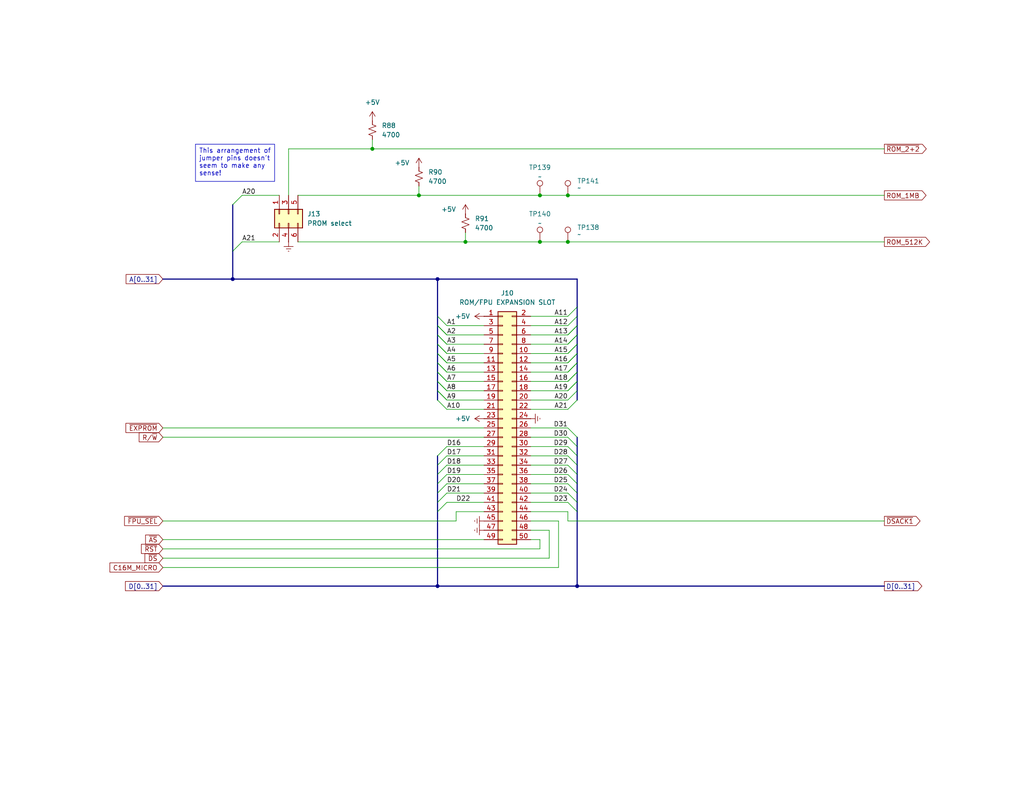
<source format=kicad_sch>
(kicad_sch (version 20250114) (generator "eeschema") (generator_version "9.0")
  (paper "USLetter")
  (title_block (title "Macintosh Classic II Revision B") (date "2025-06-04") (company "Apple Computer") (comment 1 "drawn by Bradley Bell"))
  (lib_symbols
    (symbol "Connector:TestPoint" (pin_numbers (hide yes)) (pin_names (offset 0.762) (hide yes))
      (property "Reference" "TP" (at 0 6.858 0))
      (property "Value" "TestPoint" (at 0 5.08 0))
      (symbol "TestPoint_0_1"
        (circle (center 0 3.302) (radius 0.762))
      )
      (symbol "TestPoint_1_1"
        (pin passive line (at 0 0 90) (length 2.54) (name "1") (number "1"))
      )
    )
    (symbol "Connector_Generic:Conn_02x03_Odd_Even" (pin_names (offset 1.016) (hide yes))
      (property "Reference" "J" (at 1.27 5.08 0))
      (property "Value" "Conn_02x03_Odd_Even" (at 1.27 -5.08 0))
      (symbol "Conn_02x03_Odd_Even_1_1"
        (rectangle (start -1.27 3.81) (end 3.81 -3.81) (stroke (width 0.254)) (fill (type background)))
        (rectangle (start -1.27 2.667) (end 0 2.413) (stroke (width 0.1524)))
        (rectangle (start -1.27 0.127) (end 0 -0.127) (stroke (width 0.1524)))
        (rectangle (start -1.27 -2.413) (end 0 -2.667) (stroke (width 0.1524)))
        (rectangle (start 3.81 2.667) (end 2.54 2.413) (stroke (width 0.1524)))
        (rectangle (start 3.81 0.127) (end 2.54 -0.127) (stroke (width 0.1524)))
        (rectangle (start 3.81 -2.413) (end 2.54 -2.667) (stroke (width 0.1524)))
        (pin passive line (at -5.08 2.54 0) (length 3.81) (name "Pin_1") (number "1"))
        (pin passive line (at -5.08 0 0) (length 3.81) (name "Pin_3") (number "3"))
        (pin passive line (at -5.08 -2.54 0) (length 3.81) (name "Pin_5") (number "5"))
        (pin passive line (at 7.62 2.54 180) (length 3.81) (name "Pin_2") (number "2"))
        (pin passive line (at 7.62 0 180) (length 3.81) (name "Pin_4") (number "4"))
        (pin passive line (at 7.62 -2.54 180) (length 3.81) (name "Pin_6") (number "6"))
      )
    )
    (symbol "Connector_Generic:Conn_02x25_Odd_Even" (pin_names (offset 1.016) (hide yes))
      (property "Reference" "J" (at 1.27 33.02 0))
      (property "Value" "Conn_02x25_Odd_Even" (at 1.27 -33.02 0))
      (symbol "Conn_02x25_Odd_Even_1_1"
        (rectangle (start -1.27 31.75) (end 3.81 -31.75) (stroke (width 0.254)) (fill (type background)))
        (rectangle (start -1.27 30.607) (end 0 30.353) (stroke (width 0.1524)))
        (rectangle (start -1.27 28.067) (end 0 27.813) (stroke (width 0.1524)))
        (rectangle (start -1.27 25.527) (end 0 25.273) (stroke (width 0.1524)))
        (rectangle (start -1.27 22.987) (end 0 22.733) (stroke (width 0.1524)))
        (rectangle (start -1.27 20.447) (end 0 20.193) (stroke (width 0.1524)))
        (rectangle (start -1.27 17.907) (end 0 17.653) (stroke (width 0.1524)))
        (rectangle (start -1.27 15.367) (end 0 15.113) (stroke (width 0.1524)))
        (rectangle (start -1.27 12.827) (end 0 12.573) (stroke (width 0.1524)))
        (rectangle (start -1.27 10.287) (end 0 10.033) (stroke (width 0.1524)))
        (rectangle (start -1.27 7.747) (end 0 7.493) (stroke (width 0.1524)))
        (rectangle (start -1.27 5.207) (end 0 4.953) (stroke (width 0.1524)))
        (rectangle (start -1.27 2.667) (end 0 2.413) (stroke (width 0.1524)))
        (rectangle (start -1.27 0.127) (end 0 -0.127) (stroke (width 0.1524)))
        (rectangle (start -1.27 -2.413) (end 0 -2.667) (stroke (width 0.1524)))
        (rectangle (start -1.27 -4.953) (end 0 -5.207) (stroke (width 0.1524)))
        (rectangle (start -1.27 -7.493) (end 0 -7.747) (stroke (width 0.1524)))
        (rectangle (start -1.27 -10.033) (end 0 -10.287) (stroke (width 0.1524)))
        (rectangle (start -1.27 -12.573) (end 0 -12.827) (stroke (width 0.1524)))
        (rectangle (start -1.27 -15.113) (end 0 -15.367) (stroke (width 0.1524)))
        (rectangle (start -1.27 -17.653) (end 0 -17.907) (stroke (width 0.1524)))
        (rectangle (start -1.27 -20.193) (end 0 -20.447) (stroke (width 0.1524)))
        (rectangle (start -1.27 -22.733) (end 0 -22.987) (stroke (width 0.1524)))
        (rectangle (start -1.27 -25.273) (end 0 -25.527) (stroke (width 0.1524)))
        (rectangle (start -1.27 -27.813) (end 0 -28.067) (stroke (width 0.1524)))
        (rectangle (start -1.27 -30.353) (end 0 -30.607) (stroke (width 0.1524)))
        (rectangle (start 3.81 30.607) (end 2.54 30.353) (stroke (width 0.1524)))
        (rectangle (start 3.81 28.067) (end 2.54 27.813) (stroke (width 0.1524)))
        (rectangle (start 3.81 25.527) (end 2.54 25.273) (stroke (width 0.1524)))
        (rectangle (start 3.81 22.987) (end 2.54 22.733) (stroke (width 0.1524)))
        (rectangle (start 3.81 20.447) (end 2.54 20.193) (stroke (width 0.1524)))
        (rectangle (start 3.81 17.907) (end 2.54 17.653) (stroke (width 0.1524)))
        (rectangle (start 3.81 15.367) (end 2.54 15.113) (stroke (width 0.1524)))
        (rectangle (start 3.81 12.827) (end 2.54 12.573) (stroke (width 0.1524)))
        (rectangle (start 3.81 10.287) (end 2.54 10.033) (stroke (width 0.1524)))
        (rectangle (start 3.81 7.747) (end 2.54 7.493) (stroke (width 0.1524)))
        (rectangle (start 3.81 5.207) (end 2.54 4.953) (stroke (width 0.1524)))
        (rectangle (start 3.81 2.667) (end 2.54 2.413) (stroke (width 0.1524)))
        (rectangle (start 3.81 0.127) (end 2.54 -0.127) (stroke (width 0.1524)))
        (rectangle (start 3.81 -2.413) (end 2.54 -2.667) (stroke (width 0.1524)))
        (rectangle (start 3.81 -4.953) (end 2.54 -5.207) (stroke (width 0.1524)))
        (rectangle (start 3.81 -7.493) (end 2.54 -7.747) (stroke (width 0.1524)))
        (rectangle (start 3.81 -10.033) (end 2.54 -10.287) (stroke (width 0.1524)))
        (rectangle (start 3.81 -12.573) (end 2.54 -12.827) (stroke (width 0.1524)))
        (rectangle (start 3.81 -15.113) (end 2.54 -15.367) (stroke (width 0.1524)))
        (rectangle (start 3.81 -17.653) (end 2.54 -17.907) (stroke (width 0.1524)))
        (rectangle (start 3.81 -20.193) (end 2.54 -20.447) (stroke (width 0.1524)))
        (rectangle (start 3.81 -22.733) (end 2.54 -22.987) (stroke (width 0.1524)))
        (rectangle (start 3.81 -25.273) (end 2.54 -25.527) (stroke (width 0.1524)))
        (rectangle (start 3.81 -27.813) (end 2.54 -28.067) (stroke (width 0.1524)))
        (rectangle (start 3.81 -30.353) (end 2.54 -30.607) (stroke (width 0.1524)))
        (pin passive line (at -5.08 30.48 0) (length 3.81) (name "Pin_1") (number "1"))
        (pin passive line (at -5.08 27.94 0) (length 3.81) (name "Pin_3") (number "3"))
        (pin passive line (at -5.08 25.4 0) (length 3.81) (name "Pin_5") (number "5"))
        (pin passive line (at -5.08 22.86 0) (length 3.81) (name "Pin_7") (number "7"))
        (pin passive line (at -5.08 20.32 0) (length 3.81) (name "Pin_9") (number "9"))
        (pin passive line (at -5.08 17.78 0) (length 3.81) (name "Pin_11") (number "11"))
        (pin passive line (at -5.08 15.24 0) (length 3.81) (name "Pin_13") (number "13"))
        (pin passive line (at -5.08 12.7 0) (length 3.81) (name "Pin_15") (number "15"))
        (pin passive line (at -5.08 10.16 0) (length 3.81) (name "Pin_17") (number "17"))
        (pin passive line (at -5.08 7.62 0) (length 3.81) (name "Pin_19") (number "19"))
        (pin passive line (at -5.08 5.08 0) (length 3.81) (name "Pin_21") (number "21"))
        (pin passive line (at -5.08 2.54 0) (length 3.81) (name "Pin_23") (number "23"))
        (pin passive line (at -5.08 0 0) (length 3.81) (name "Pin_25") (number "25"))
        (pin passive line (at -5.08 -2.54 0) (length 3.81) (name "Pin_27") (number "27"))
        (pin passive line (at -5.08 -5.08 0) (length 3.81) (name "Pin_29") (number "29"))
        (pin passive line (at -5.08 -7.62 0) (length 3.81) (name "Pin_31") (number "31"))
        (pin passive line (at -5.08 -10.16 0) (length 3.81) (name "Pin_33") (number "33"))
        (pin passive line (at -5.08 -12.7 0) (length 3.81) (name "Pin_35") (number "35"))
        (pin passive line (at -5.08 -15.24 0) (length 3.81) (name "Pin_37") (number "37"))
        (pin passive line (at -5.08 -17.78 0) (length 3.81) (name "Pin_39") (number "39"))
        (pin passive line (at -5.08 -20.32 0) (length 3.81) (name "Pin_41") (number "41"))
        (pin passive line (at -5.08 -22.86 0) (length 3.81) (name "Pin_43") (number "43"))
        (pin passive line (at -5.08 -25.4 0) (length 3.81) (name "Pin_45") (number "45"))
        (pin passive line (at -5.08 -27.94 0) (length 3.81) (name "Pin_47") (number "47"))
        (pin passive line (at -5.08 -30.48 0) (length 3.81) (name "Pin_49") (number "49"))
        (pin passive line (at 7.62 30.48 180) (length 3.81) (name "Pin_2") (number "2"))
        (pin passive line (at 7.62 27.94 180) (length 3.81) (name "Pin_4") (number "4"))
        (pin passive line (at 7.62 25.4 180) (length 3.81) (name "Pin_6") (number "6"))
        (pin passive line (at 7.62 22.86 180) (length 3.81) (name "Pin_8") (number "8"))
        (pin passive line (at 7.62 20.32 180) (length 3.81) (name "Pin_10") (number "10"))
        (pin passive line (at 7.62 17.78 180) (length 3.81) (name "Pin_12") (number "12"))
        (pin passive line (at 7.62 15.24 180) (length 3.81) (name "Pin_14") (number "14"))
        (pin passive line (at 7.62 12.7 180) (length 3.81) (name "Pin_16") (number "16"))
        (pin passive line (at 7.62 10.16 180) (length 3.81) (name "Pin_18") (number "18"))
        (pin passive line (at 7.62 7.62 180) (length 3.81) (name "Pin_20") (number "20"))
        (pin passive line (at 7.62 5.08 180) (length 3.81) (name "Pin_22") (number "22"))
        (pin passive line (at 7.62 2.54 180) (length 3.81) (name "Pin_24") (number "24"))
        (pin passive line (at 7.62 0 180) (length 3.81) (name "Pin_26") (number "26"))
        (pin passive line (at 7.62 -2.54 180) (length 3.81) (name "Pin_28") (number "28"))
        (pin passive line (at 7.62 -5.08 180) (length 3.81) (name "Pin_30") (number "30"))
        (pin passive line (at 7.62 -7.62 180) (length 3.81) (name "Pin_32") (number "32"))
        (pin passive line (at 7.62 -10.16 180) (length 3.81) (name "Pin_34") (number "34"))
        (pin passive line (at 7.62 -12.7 180) (length 3.81) (name "Pin_36") (number "36"))
        (pin passive line (at 7.62 -15.24 180) (length 3.81) (name "Pin_38") (number "38"))
        (pin passive line (at 7.62 -17.78 180) (length 3.81) (name "Pin_40") (number "40"))
        (pin passive line (at 7.62 -20.32 180) (length 3.81) (name "Pin_42") (number "42"))
        (pin passive line (at 7.62 -22.86 180) (length 3.81) (name "Pin_44") (number "44"))
        (pin passive line (at 7.62 -25.4 180) (length 3.81) (name "Pin_46") (number "46"))
        (pin passive line (at 7.62 -27.94 180) (length 3.81) (name "Pin_48") (number "48"))
        (pin passive line (at 7.62 -30.48 180) (length 3.81) (name "Pin_50") (number "50"))
      )
    )
    (symbol "Device:R_Small_US" (pin_numbers (hide yes)) (pin_names (offset 0.254) (hide yes))
      (property "Reference" "R" (at 0.762 0.508 0))
      (property "Value" "R_Small_US" (at 0.762 -1.016 0))
      (symbol "R_Small_US_1_1"
        (polyline (pts (xy 0 1.524) (xy 1.016 1.143) (xy 0 0.762) (xy -1.016 0.381) (xy 0 0)))
        (polyline (pts (xy 0 0) (xy 1.016 -0.381) (xy 0 -0.762) (xy -1.016 -1.143) (xy 0 -1.524)))
        (pin passive line (at 0 2.54 270) (length 1.016) (name "~") (number "1"))
        (pin passive line (at 0 -2.54 90) (length 1.016) (name "~") (number "2"))
      )
    )
    (symbol "power:+5V" (power) (pin_numbers (hide yes)) (pin_names (offset 0) (hide yes))
      (property "Value" "+5V" (at 0 3.556 0))
      (symbol "+5V_0_1"
        (polyline (pts (xy -0.762 1.27) (xy 0 2.54)))
        (polyline (pts (xy 0 2.54) (xy 0.762 1.27)))
        (polyline (pts (xy 0 0) (xy 0 2.54)))
      )
      (symbol "+5V_1_1"
        (pin power_in line (at 0 0 90) (length 0) (name "~") (number "1"))
      )
    )
    (symbol "power:GNDREF" (power) (pin_numbers (hide yes)) (pin_names (offset 0) (hide yes))
      (property "Value" "GNDREF" (at 0 -3.81 0))
      (symbol "GNDREF_0_1"
        (polyline (pts (xy -0.635 -1.905) (xy 0.635 -1.905)))
        (polyline (pts (xy -0.127 -2.54) (xy 0.127 -2.54)))
        (polyline (pts (xy 0 -1.27) (xy 0 0)))
        (polyline (pts (xy 1.27 -1.27) (xy -1.27 -1.27)))
      )
      (symbol "GNDREF_1_1"
        (pin power_in line (at 0 0 270) (length 0) (name "~") (number "1"))
      )
    )
  )
  (text_box "This arrangement of jumper pins doesn't seem to make any sense!" (at 53.34 39.37 0) (size 21.59 10.16) (margins 0.9525 0.9525 0.9525 0.9525) (effects (font (size 1.27 1.27)) (justify left top)))
  (junction (at 147.32 66.04))
  (junction (at 154.94 53.34))
  (junction (at 119.38 160.02))
  (junction (at 147.32 53.34))
  (junction (at 154.94 66.04))
  (junction (at 101.6 40.64))
  (junction (at 157.48 160.02))
  (junction (at 127 66.04))
  (junction (at 63.5 76.2))
  (junction (at 119.38 76.2))
  (junction (at 114.3 53.34))
  (bus_entry (at 119.38 129.54) (size 2.54 -2.54))
  (bus_entry (at 157.48 104.14) (size -2.54 2.54))
  (bus_entry (at 157.48 86.36) (size -2.54 2.54))
  (bus_entry (at 157.48 99.06) (size -2.54 2.54))
  (bus_entry (at 157.48 106.68) (size -2.54 2.54))
  (bus_entry (at 119.38 88.9) (size 2.54 2.54))
  (bus_entry (at 119.38 132.08) (size 2.54 -2.54))
  (bus_entry (at 157.48 104.14) (size -2.54 2.54))
  (bus_entry (at 66.04 53.34) (size -2.54 2.54))
  (bus_entry (at 157.48 119.38) (size -2.54 -2.54))
  (bus_entry (at 157.48 134.62) (size -2.54 -2.54))
  (bus_entry (at 119.38 96.52) (size 2.54 2.54))
  (bus_entry (at 157.48 109.22) (size -2.54 2.54))
  (bus_entry (at 119.38 134.62) (size 2.54 -2.54))
  (bus_entry (at 119.38 109.22) (size 2.54 2.54))
  (bus_entry (at 119.38 127) (size 2.54 -2.54))
  (bus_entry (at 119.38 96.52) (size 2.54 2.54))
  (bus_entry (at 119.38 106.68) (size 2.54 2.54))
  (bus_entry (at 157.48 132.08) (size -2.54 -2.54))
  (bus_entry (at 157.48 127) (size -2.54 -2.54))
  (bus_entry (at 157.48 96.52) (size -2.54 2.54))
  (bus_entry (at 119.38 91.44) (size 2.54 2.54))
  (bus_entry (at 119.38 124.46) (size 2.54 -2.54))
  (bus_entry (at 119.38 86.36) (size 2.54 2.54))
  (bus_entry (at 157.48 83.82) (size -2.54 2.54))
  (bus_entry (at 119.38 99.06) (size 2.54 2.54))
  (bus_entry (at 119.38 93.98) (size 2.54 2.54))
  (bus_entry (at 157.48 137.16) (size -2.54 -2.54))
  (bus_entry (at 157.48 101.6) (size -2.54 2.54))
  (bus_entry (at 157.48 91.44) (size -2.54 2.54))
  (bus_entry (at 119.38 91.44) (size 2.54 2.54))
  (bus_entry (at 119.38 106.68) (size 2.54 2.54))
  (bus_entry (at 157.48 93.98) (size -2.54 2.54))
  (bus_entry (at 119.38 104.14) (size 2.54 2.54))
  (bus_entry (at 157.48 88.9) (size -2.54 2.54))
  (bus_entry (at 119.38 101.6) (size 2.54 2.54))
  (bus_entry (at 157.48 124.46) (size -2.54 -2.54))
  (bus_entry (at 119.38 101.6) (size 2.54 2.54))
  (bus_entry (at 119.38 88.9) (size 2.54 2.54))
  (bus_entry (at 157.48 129.54) (size -2.54 -2.54))
  (bus_entry (at 119.38 137.16) (size 2.54 -2.54))
  (bus_entry (at 157.48 99.06) (size -2.54 2.54))
  (bus_entry (at 157.48 139.7) (size -2.54 -2.54))
  (bus_entry (at 119.38 139.7) (size 2.54 -2.54))
  (bus_entry (at 66.04 66.04) (size -2.54 2.54))
  (bus_entry (at 157.48 93.98) (size -2.54 2.54))
  (bus_entry (at 119.38 104.14) (size 2.54 2.54))
  (bus_entry (at 157.48 121.92) (size -2.54 -2.54))
  (bus_entry (at 157.48 91.44) (size -2.54 2.54))
  (bus_entry (at 157.48 96.52) (size -2.54 2.54))
  (bus_entry (at 119.38 99.06) (size 2.54 2.54))
  (bus_entry (at 157.48 88.9) (size -2.54 2.54))
  (bus_entry (at 119.38 93.98) (size 2.54 2.54))
  (bus_entry (at 157.48 101.6) (size -2.54 2.54))
  (bus (pts (xy 119.38 137.16) (xy 119.38 139.7)))
  (wire (pts (xy 147.32 66.04) (xy 127 66.04)))
  (wire (pts (xy 152.4 142.24) (xy 152.4 154.94)))
  (bus (pts (xy 157.48 134.62) (xy 157.48 137.16)))
  (wire (pts (xy 154.94 139.7) (xy 154.94 142.24)))
  (bus (pts (xy 119.38 96.52) (xy 119.38 99.06)))
  (wire (pts (xy 154.94 66.04) (xy 241.3 66.04)))
  (bus (pts (xy 157.48 129.54) (xy 157.48 132.08)))
  (bus (pts (xy 119.38 106.68) (xy 119.38 104.14)))
  (bus (pts (xy 157.48 137.16) (xy 157.48 139.7)))
  (wire (pts (xy 121.92 88.9) (xy 132.08 88.9)))
  (wire (pts (xy 101.6 40.64) (xy 101.6 38.1)))
  (bus (pts (xy 157.48 96.52) (xy 157.48 93.98)))
  (wire (pts (xy 154.94 142.24) (xy 241.3 142.24)))
  (wire (pts (xy 144.78 139.7) (xy 154.94 139.7)))
  (wire (pts (xy 121.92 132.08) (xy 132.08 132.08)))
  (wire (pts (xy 121.92 99.06) (xy 132.08 99.06)))
  (bus (pts (xy 119.38 160.02) (xy 44.45 160.02)))
  (wire (pts (xy 154.94 109.22) (xy 144.78 109.22)))
  (wire (pts (xy 154.94 101.6) (xy 144.78 101.6)))
  (bus (pts (xy 157.48 88.9) (xy 157.48 86.36)))
  (wire (pts (xy 154.94 132.08) (xy 144.78 132.08)))
  (wire (pts (xy 121.92 137.16) (xy 132.08 137.16)))
  (wire (pts (xy 114.3 50.8) (xy 114.3 53.34)))
  (wire (pts (xy 124.46 142.24) (xy 124.46 139.7)))
  (bus (pts (xy 157.48 139.7) (xy 157.48 160.02)))
  (wire (pts (xy 154.94 106.68) (xy 144.78 106.68)))
  (wire (pts (xy 121.92 96.52) (xy 132.08 96.52)))
  (wire (pts (xy 121.92 106.68) (xy 132.08 106.68)))
  (wire (pts (xy 154.94 86.36) (xy 144.78 86.36)))
  (wire (pts (xy 121.92 104.14) (xy 132.08 104.14)))
  (wire (pts (xy 78.74 40.64) (xy 101.6 40.64)))
  (wire (pts (xy 154.94 88.9) (xy 144.78 88.9)))
  (wire (pts (xy 114.3 53.34) (xy 147.32 53.34)))
  (wire (pts (xy 66.04 66.04) (xy 76.2 66.04)))
  (bus (pts (xy 157.48 160.02) (xy 241.3 160.02)))
  (bus (pts (xy 157.48 132.08) (xy 157.48 134.62)))
  (bus (pts (xy 157.48 109.22) (xy 157.48 106.68)))
  (bus (pts (xy 157.48 127) (xy 157.48 129.54)))
  (wire (pts (xy 44.45 142.24) (xy 124.46 142.24)))
  (bus (pts (xy 119.38 93.98) (xy 119.38 91.44)))
  (bus (pts (xy 157.48 124.46) (xy 157.48 127)))
  (wire (pts (xy 121.92 111.76) (xy 132.08 111.76)))
  (wire (pts (xy 144.78 147.32) (xy 147.32 147.32)))
  (bus (pts (xy 157.48 119.38) (xy 157.48 121.92)))
  (wire (pts (xy 121.92 101.6) (xy 132.08 101.6)))
  (wire (pts (xy 154.94 91.44) (xy 144.78 91.44)))
  (bus (pts (xy 119.38 104.14) (xy 119.38 101.6)))
  (bus (pts (xy 119.38 99.06) (xy 119.38 101.6)))
  (wire (pts (xy 154.94 119.38) (xy 144.78 119.38)))
  (wire (pts (xy 154.94 129.54) (xy 144.78 129.54)))
  (bus (pts (xy 157.48 93.98) (xy 157.48 91.44)))
  (bus (pts (xy 119.38 132.08) (xy 119.38 134.62)))
  (wire (pts (xy 154.94 121.92) (xy 144.78 121.92)))
  (wire (pts (xy 44.45 119.38) (xy 132.08 119.38)))
  (wire (pts (xy 147.32 147.32) (xy 147.32 149.86)))
  (wire (pts (xy 127 66.04) (xy 81.28 66.04)))
  (wire (pts (xy 44.45 154.94) (xy 152.4 154.94)))
  (bus (pts (xy 119.38 93.98) (xy 119.38 96.52)))
  (wire (pts (xy 154.94 99.06) (xy 144.78 99.06)))
  (bus (pts (xy 119.38 127) (xy 119.38 129.54)))
  (wire (pts (xy 121.92 129.54) (xy 132.08 129.54)))
  (wire (pts (xy 121.92 109.22) (xy 132.08 109.22)))
  (wire (pts (xy 44.45 149.86) (xy 147.32 149.86)))
  (wire (pts (xy 154.94 66.04) (xy 147.32 66.04)))
  (wire (pts (xy 121.92 121.92) (xy 132.08 121.92)))
  (wire (pts (xy 121.92 134.62) (xy 132.08 134.62)))
  (wire (pts (xy 121.92 93.98) (xy 132.08 93.98)))
  (wire (pts (xy 154.94 127) (xy 144.78 127)))
  (wire (pts (xy 154.94 96.52) (xy 144.78 96.52)))
  (wire (pts (xy 154.94 53.34) (xy 241.3 53.34)))
  (bus (pts (xy 119.38 109.22) (xy 119.38 106.68)))
  (bus (pts (xy 157.48 121.92) (xy 157.48 124.46)))
  (bus (pts (xy 157.48 99.06) (xy 157.48 96.52)))
  (wire (pts (xy 154.94 93.98) (xy 144.78 93.98)))
  (wire (pts (xy 124.46 139.7) (xy 132.08 139.7)))
  (bus (pts (xy 44.45 76.2) (xy 63.5 76.2)))
  (wire (pts (xy 154.94 124.46) (xy 144.78 124.46)))
  (wire (pts (xy 121.92 127) (xy 132.08 127)))
  (bus (pts (xy 157.48 76.2) (xy 157.48 83.82)))
  (wire (pts (xy 78.74 40.64) (xy 78.74 53.34)))
  (bus (pts (xy 119.38 134.62) (xy 119.38 137.16)))
  (bus (pts (xy 119.38 139.7) (xy 119.38 160.02)))
  (bus (pts (xy 119.38 76.2) (xy 157.48 76.2)))
  (wire (pts (xy 147.32 53.34) (xy 154.94 53.34)))
  (wire (pts (xy 44.45 147.32) (xy 132.08 147.32)))
  (wire (pts (xy 154.94 104.14) (xy 144.78 104.14)))
  (bus (pts (xy 157.48 106.68) (xy 157.48 104.14)))
  (bus (pts (xy 157.48 91.44) (xy 157.48 88.9)))
  (bus (pts (xy 119.38 160.02) (xy 157.48 160.02)))
  (bus (pts (xy 119.38 124.46) (xy 119.38 127)))
  (bus (pts (xy 119.38 91.44) (xy 119.38 88.9)))
  (bus (pts (xy 119.38 88.9) (xy 119.38 86.36)))
  (wire (pts (xy 149.86 144.78) (xy 149.86 152.4)))
  (wire (pts (xy 154.94 111.76) (xy 144.78 111.76)))
  (bus (pts (xy 157.48 86.36) (xy 157.48 83.82)))
  (bus (pts (xy 63.5 55.88) (xy 63.5 68.58)))
  (bus (pts (xy 157.48 101.6) (xy 157.48 99.06)))
  (wire (pts (xy 154.94 137.16) (xy 144.78 137.16)))
  (wire (pts (xy 127 63.5) (xy 127 66.04)))
  (wire (pts (xy 44.45 116.84) (xy 132.08 116.84)))
  (wire (pts (xy 44.45 152.4) (xy 149.86 152.4)))
  (wire (pts (xy 121.92 91.44) (xy 132.08 91.44)))
  (wire (pts (xy 81.28 53.34) (xy 114.3 53.34)))
  (wire (pts (xy 101.6 40.64) (xy 241.3 40.64)))
  (wire (pts (xy 154.94 116.84) (xy 144.78 116.84)))
  (wire (pts (xy 121.92 124.46) (xy 132.08 124.46)))
  (wire (pts (xy 154.94 134.62) (xy 144.78 134.62)))
  (bus (pts (xy 119.38 86.36) (xy 119.38 76.2)))
  (bus (pts (xy 157.48 104.14) (xy 157.48 101.6)))
  (wire (pts (xy 144.78 144.78) (xy 149.86 144.78)))
  (wire (pts (xy 76.2 53.34) (xy 66.04 53.34)))
  (bus (pts (xy 63.5 76.2) (xy 119.38 76.2)))
  (wire (pts (xy 144.78 142.24) (xy 152.4 142.24)))
  (bus (pts (xy 119.38 129.54) (xy 119.38 132.08)))
  (bus (pts (xy 63.5 68.58) (xy 63.5 76.2)))
  (label "A10" (at 121.92 111.76 0))
  (label "D31" (at 154.94 116.84 180))
  (label "A20" (at 66.04 53.34 0))
  (label "A6" (at 121.92 101.6 0))
  (label "A12" (at 154.94 88.9 180))
  (label "A14" (at 154.94 93.98 180))
  (label "A21" (at 154.94 111.76 180))
  (label "A11" (at 154.94 86.36 180))
  (label "A17" (at 154.94 101.6 180))
  (label "A16" (at 154.94 99.06 180))
  (label "D30" (at 154.94 119.38 180))
  (label "D19" (at 121.92 129.54 0))
  (label "A2" (at 121.92 91.44 0))
  (label "A9" (at 121.92 109.22 0))
  (label "A4" (at 121.92 96.52 0))
  (label "A1" (at 121.92 88.9 0))
  (label "D17" (at 121.92 124.46 0))
  (label "D16" (at 121.92 121.92 0))
  (label "D27" (at 154.94 127 180))
  (label "A19" (at 154.94 106.68 180))
  (label "A5" (at 121.92 99.06 0))
  (label "A20" (at 154.94 109.22 180))
  (label "D22" (at 124.46 137.16 0))
  (label "A13" (at 154.94 91.44 180))
  (label "A3" (at 121.92 93.98 0))
  (label "D25" (at 154.94 132.08 180))
  (label "A7" (at 121.92 104.14 0))
  (label "A8" (at 121.92 106.68 0))
  (label "D23" (at 154.94 137.16 180))
  (label "D26" (at 154.94 129.54 180))
  (label "A18" (at 154.94 104.14 180))
  (label "D28" (at 154.94 124.46 180))
  (label "A21" (at 66.04 66.04 0))
  (label "D21" (at 121.92 134.62 0))
  (label "D24" (at 154.94 134.62 180))
  (label "D29" (at 154.94 121.92 180))
  (label "D20" (at 121.92 132.08 0))
  (label "A15" (at 154.94 96.52 180))
  (label "D18" (at 121.92 127 0))
  (global_label "~{DS}" (shape input) (at 44.45 152.4 180) (property "Intersheetrefs" "${INTERSHEET_REFS}" (at 38.9853 152.4 0) (effects (justify right))))
  (global_label "D[0..31]" (shape output) (at 241.3 160.02 0) (property "Intersheetrefs" "${INTERSHEET_REFS}" (at 252.0867 160.02 0) (effects (justify left))))
  (global_label "ROM_512K" (shape output) (at 241.3 66.04 0) (property "Intersheetrefs" "${INTERSHEET_REFS}" (at 252.8123 66.04 0) (effects (justify left))))
  (global_label "A[0..31]" (shape input) (at 44.45 76.2 180) (property "Intersheetrefs" "${INTERSHEET_REFS}" (at 33.8447 76.2 0) (effects (justify right))))
  (global_label "~{RST}" (shape input) (at 44.45 149.86 180) (property "Intersheetrefs" "${INTERSHEET_REFS}" (at 38.0177 149.86 0) (effects (justify right))))
  (global_label "~{DSACK1}" (shape output) (at 241.3 142.24 0) (property "Intersheetrefs" "${INTERSHEET_REFS}" (at 251.6028 142.24 0) (effects (justify left))))
  (global_label "ROM_1MB" (shape output) (at 241.3 53.34 0) (property "Intersheetrefs" "${INTERSHEET_REFS}" (at 252.8123 53.34 0) (effects (justify left))))
  (global_label "R{slash}~{W}" (shape input) (at 44.45 119.38 180) (property "Intersheetrefs" "${INTERSHEET_REFS}" (at 37.4129 119.38 0) (effects (justify right))))
  (global_label "C16M_MICRO" (shape input) (at 44.45 154.94 180) (property "Intersheetrefs" "${INTERSHEET_REFS}" (at 29.4301 154.94 0) (effects (justify right))))
  (global_label "~{FPU_SEL}" (shape input) (at 44.45 142.24 180) (property "Intersheetrefs" "${INTERSHEET_REFS}" (at 33.4215 142.24 0) (effects (justify right))))
  (global_label "~{ROM_2+2}" (shape output) (at 241.3 40.64 0) (property "Intersheetrefs" "${INTERSHEET_REFS}" (at 252.9333 40.64 0) (effects (justify left))))
  (global_label "~{AS}" (shape input) (at 44.45 147.32 180) (property "Intersheetrefs" "${INTERSHEET_REFS}" (at 39.1667 147.32 0) (effects (justify right))))
  (global_label "D[0..31]" (shape input) (at 44.45 160.02 180) (property "Intersheetrefs" "${INTERSHEET_REFS}" (at 33.6633 160.02 0) (effects (justify right))))
  (global_label "~{EXPROM}" (shape input) (at 44.45 116.84 180) (property "Intersheetrefs" "${INTERSHEET_REFS}" (at 33.7844 116.84 0) (effects (justify right))))
  (symbol (lib_id "Connector_Generic:Conn_02x25_Odd_Even") (at 137.16 116.84 0) (unit 1)
    (property "Reference" "J10" (at 138.43 80.01 0))
    (property "Value" "ROM/FPU EXPANSION SLOT" (at 138.43 82.55 0))
    (property "Footprint" "Connector_Imports:TE_5-102567-6" (effects (hide yes)))
    (property "Description" "Generic connector, double row, 02x25, odd/even pin numbering scheme (row 1 odd numbers, row 2 even numbers), script generated (kicad-library-utils/schlib/autogen/connector/)" (effects (hide yes)))
  )
  (symbol (lib_id "Connector:TestPoint") (at 147.32 66.04 0) (mirror y) (unit 1)
    (property "Reference" "TP140" (at 147.32 58.42 0))
    (property "Value" "~" (at 147.32 60.96 0))
    (property "Footprint" "MyPackage:TestPoint_THTPad_D1.0mm_Drill0.5mm" (effects (hide yes)))
    (property "Description" "test point" (effects (hide yes)))
  )
  (symbol (lib_id "Connector_Generic:Conn_02x03_Odd_Even") (at 78.74 58.42 90) (mirror x) (unit 1)
    (property "Reference" "J13" (at 83.82 58.4199 90) (effects (justify right)))
    (property "Value" "PROM select" (at 83.82 60.9599 90) (effects (justify right)))
    (property "Footprint" "Connector_PinHeader_2.54mm:PinHeader_2x03_P2.54mm_Vertical" (effects (hide yes)))
    (property "Description" "Generic connector, double row, 02x03, odd/even pin numbering scheme (row 1 odd numbers, row 2 even numbers), script generated (kicad-library-utils/schlib/autogen/connector/)" (effects (hide yes)))
  )
  (symbol (lib_id "Device:R_Small_US") (at 127 60.96 180) (unit 1)
    (property "Reference" "R91" (at 129.54 59.6899 0) (effects (justify right)))
    (property "Value" "4700" (at 129.54 62.2299 0) (effects (justify right)))
    (property "Footprint" "MyPackage:SMD_0805_2012Metric_Pad1.25x1.65mm" (effects (hide yes)))
    (property "Description" "Resistor, small US symbol" (effects (hide yes)))
  )
  (symbol (lib_id "power:+5V") (at 132.08 114.3 90) (unit 1)
    (property "Reference" "#PWR048" (effects (hide yes)))
    (property "Value" "+5V" (at 128.27 114.2999 90) (effects (justify left)))
    (property "Description" "Power symbol creates a global label with name \"+5V\"" (effects (hide yes)))
  )
  (symbol (lib_id "power:+5V") (at 114.3 45.72 0) (mirror y) (unit 1)
    (property "Reference" "#PWR0219" (effects (hide yes)))
    (property "Value" "+5V" (at 111.76 44.4499 0) (effects (justify left)))
    (property "Description" "Power symbol creates a global label with name \"+5V\"" (effects (hide yes)))
  )
  (symbol (lib_id "Connector:TestPoint") (at 154.94 66.04 0) (mirror y) (unit 1)
    (property "Reference" "TP138" (at 157.48 62.1029 0) (effects (justify right)))
    (property "Value" "~" (at 157.48 64.008 0) (effects (justify right)))
    (property "Footprint" "MyPackage:TestPoint_THTPad_D1.0mm_Drill0.5mm" (effects (hide yes)))
    (property "Description" "test point" (effects (hide yes)))
  )
  (symbol (lib_id "power:+5V") (at 127 58.42 0) (mirror y) (unit 1)
    (property "Reference" "#PWR0198" (effects (hide yes)))
    (property "Value" "+5V" (at 124.46 57.1499 0) (effects (justify left)))
    (property "Description" "Power symbol creates a global label with name \"+5V\"" (effects (hide yes)))
  )
  (symbol (lib_id "Device:R_Small_US") (at 114.3 48.26 180) (unit 1)
    (property "Reference" "R90" (at 116.84 46.9899 0) (effects (justify right)))
    (property "Value" "4700" (at 116.84 49.5299 0) (effects (justify right)))
    (property "Footprint" "MyPackage:SMD_0805_2012Metric_Pad1.25x1.65mm" (effects (hide yes)))
    (property "Description" "Resistor, small US symbol" (effects (hide yes)))
  )
  (symbol (lib_id "power:GNDREF") (at 78.74 66.04 0) (unit 1)
    (property "Reference" "#PWR0199" (effects (hide yes)))
    (property "Value" "GND" (effects (hide yes)))
    (property "Description" "Power symbol creates a global label with name \"GNDREF\" , reference supply ground" (effects (hide yes)))
  )
  (symbol (lib_id "power:GNDREF") (at 144.78 114.3 90) (unit 1)
    (property "Reference" "#PWR051" (effects (hide yes)))
    (property "Value" "GND" (effects (hide yes)))
    (property "Description" "Power symbol creates a global label with name \"GNDREF\" , reference supply ground" (effects (hide yes)))
  )
  (symbol (lib_id "power:GNDREF") (at 132.08 144.78 270) (unit 1)
    (property "Reference" "#PWR050" (effects (hide yes)))
    (property "Value" "GND" (effects (hide yes)))
    (property "Description" "Power symbol creates a global label with name \"GNDREF\" , reference supply ground" (effects (hide yes)))
  )
  (symbol (lib_id "Device:R_Small_US") (at 101.6 35.56 180) (unit 1)
    (property "Reference" "R88" (at 104.14 34.2899 0) (effects (justify right)))
    (property "Value" "4700" (at 104.14 36.8299 0) (effects (justify right)))
    (property "Footprint" "MyPackage:SMD_0805_2012Metric_Pad1.25x1.65mm" (effects (hide yes)))
    (property "Description" "Resistor, small US symbol" (effects (hide yes)))
  )
  (symbol (lib_id "power:+5V") (at 132.08 86.36 90) (unit 1)
    (property "Reference" "#PWR034" (effects (hide yes)))
    (property "Value" "+5V" (at 128.27 86.3599 90) (effects (justify left)))
    (property "Description" "Power symbol creates a global label with name \"+5V\"" (effects (hide yes)))
  )
  (symbol (lib_id "power:GNDREF") (at 132.08 142.24 270) (unit 1)
    (property "Reference" "#PWR049" (effects (hide yes)))
    (property "Value" "GND" (effects (hide yes)))
    (property "Description" "Power symbol creates a global label with name \"GNDREF\" , reference supply ground" (effects (hide yes)))
  )
  (symbol (lib_id "Connector:TestPoint") (at 147.32 53.34 0) (unit 1)
    (property "Reference" "TP139" (at 147.32 45.72 0))
    (property "Value" "~" (at 147.32 48.26 0))
    (property "Footprint" "MyPackage:TestPoint_THTPad_D1.0mm_Drill0.5mm" (effects (hide yes)))
    (property "Description" "test point" (effects (hide yes)))
  )
  (symbol (lib_id "power:+5V") (at 101.6 33.02 0) (mirror y) (unit 1)
    (property "Reference" "#PWR0200" (effects (hide yes)))
    (property "Value" "+5V" (at 101.6 27.94 0))
    (property "Description" "Power symbol creates a global label with name \"+5V\"" (effects (hide yes)))
  )
  (symbol (lib_id "Connector:TestPoint") (at 154.94 53.34 0) (unit 1)
    (property "Reference" "TP141" (at 157.48 49.4029 0) (effects (justify left)))
    (property "Value" "~" (at 157.48 51.308 0) (effects (justify left)))
    (property "Footprint" "MyPackage:TestPoint_THTPad_D1.0mm_Drill0.5mm" (effects (hide yes)))
    (property "Description" "test point" (effects (hide yes)))
  )
)
</source>
